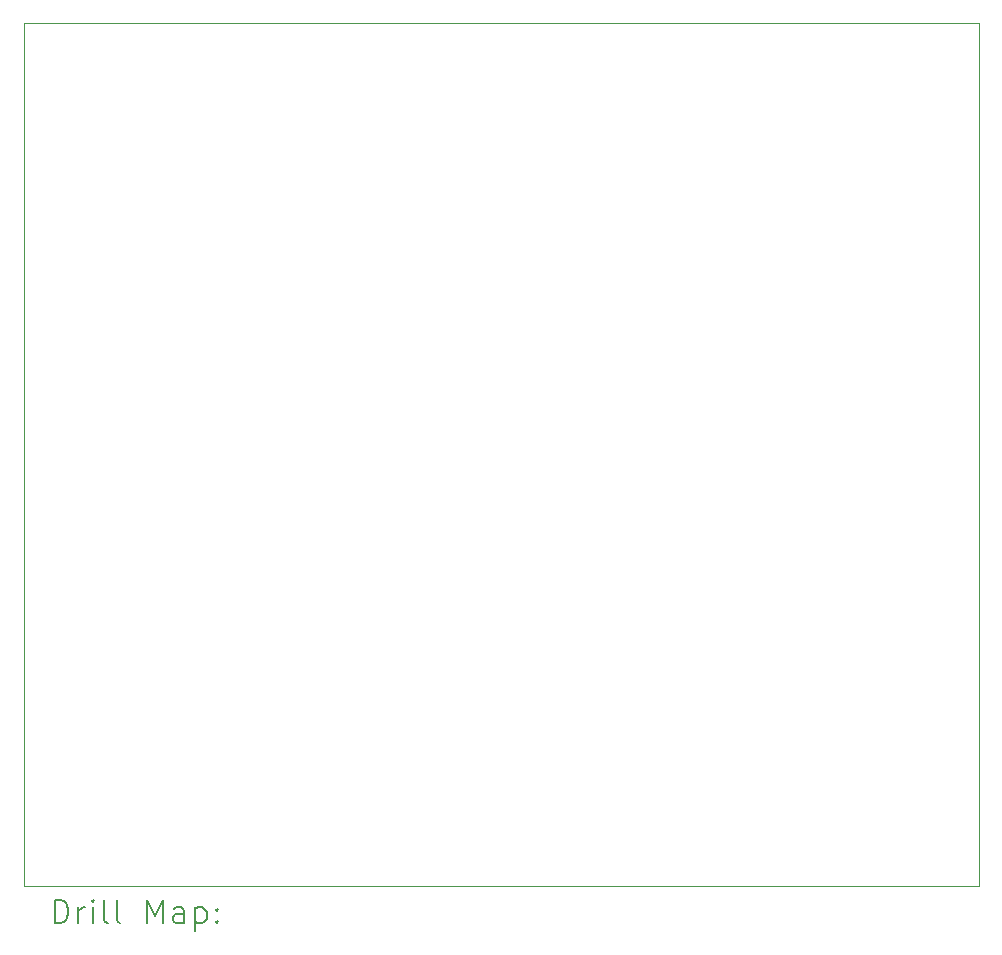
<source format=gbr>
%TF.GenerationSoftware,KiCad,Pcbnew,9.0.1*%
%TF.CreationDate,2025-08-27T22:35:59+05:00*%
%TF.ProjectId,30A_home_automation_using_esp32,3330415f-686f-46d6-955f-6175746f6d61,rev?*%
%TF.SameCoordinates,Original*%
%TF.FileFunction,Drillmap*%
%TF.FilePolarity,Positive*%
%FSLAX45Y45*%
G04 Gerber Fmt 4.5, Leading zero omitted, Abs format (unit mm)*
G04 Created by KiCad (PCBNEW 9.0.1) date 2025-08-27 22:35:59*
%MOMM*%
%LPD*%
G01*
G04 APERTURE LIST*
%ADD10C,0.050000*%
%ADD11C,0.200000*%
G04 APERTURE END LIST*
D10*
X7810000Y-4720000D02*
X15890000Y-4720000D01*
X15890000Y-12030000D01*
X7810000Y-12030000D01*
X7810000Y-4720000D01*
D11*
X8068277Y-12343984D02*
X8068277Y-12143984D01*
X8068277Y-12143984D02*
X8115896Y-12143984D01*
X8115896Y-12143984D02*
X8144467Y-12153508D01*
X8144467Y-12153508D02*
X8163515Y-12172555D01*
X8163515Y-12172555D02*
X8173039Y-12191603D01*
X8173039Y-12191603D02*
X8182562Y-12229698D01*
X8182562Y-12229698D02*
X8182562Y-12258269D01*
X8182562Y-12258269D02*
X8173039Y-12296365D01*
X8173039Y-12296365D02*
X8163515Y-12315412D01*
X8163515Y-12315412D02*
X8144467Y-12334460D01*
X8144467Y-12334460D02*
X8115896Y-12343984D01*
X8115896Y-12343984D02*
X8068277Y-12343984D01*
X8268277Y-12343984D02*
X8268277Y-12210650D01*
X8268277Y-12248746D02*
X8277801Y-12229698D01*
X8277801Y-12229698D02*
X8287324Y-12220174D01*
X8287324Y-12220174D02*
X8306372Y-12210650D01*
X8306372Y-12210650D02*
X8325420Y-12210650D01*
X8392086Y-12343984D02*
X8392086Y-12210650D01*
X8392086Y-12143984D02*
X8382562Y-12153508D01*
X8382562Y-12153508D02*
X8392086Y-12163031D01*
X8392086Y-12163031D02*
X8401610Y-12153508D01*
X8401610Y-12153508D02*
X8392086Y-12143984D01*
X8392086Y-12143984D02*
X8392086Y-12163031D01*
X8515896Y-12343984D02*
X8496848Y-12334460D01*
X8496848Y-12334460D02*
X8487324Y-12315412D01*
X8487324Y-12315412D02*
X8487324Y-12143984D01*
X8620658Y-12343984D02*
X8601610Y-12334460D01*
X8601610Y-12334460D02*
X8592086Y-12315412D01*
X8592086Y-12315412D02*
X8592086Y-12143984D01*
X8849229Y-12343984D02*
X8849229Y-12143984D01*
X8849229Y-12143984D02*
X8915896Y-12286841D01*
X8915896Y-12286841D02*
X8982563Y-12143984D01*
X8982563Y-12143984D02*
X8982563Y-12343984D01*
X9163515Y-12343984D02*
X9163515Y-12239222D01*
X9163515Y-12239222D02*
X9153991Y-12220174D01*
X9153991Y-12220174D02*
X9134944Y-12210650D01*
X9134944Y-12210650D02*
X9096848Y-12210650D01*
X9096848Y-12210650D02*
X9077801Y-12220174D01*
X9163515Y-12334460D02*
X9144467Y-12343984D01*
X9144467Y-12343984D02*
X9096848Y-12343984D01*
X9096848Y-12343984D02*
X9077801Y-12334460D01*
X9077801Y-12334460D02*
X9068277Y-12315412D01*
X9068277Y-12315412D02*
X9068277Y-12296365D01*
X9068277Y-12296365D02*
X9077801Y-12277317D01*
X9077801Y-12277317D02*
X9096848Y-12267793D01*
X9096848Y-12267793D02*
X9144467Y-12267793D01*
X9144467Y-12267793D02*
X9163515Y-12258269D01*
X9258753Y-12210650D02*
X9258753Y-12410650D01*
X9258753Y-12220174D02*
X9277801Y-12210650D01*
X9277801Y-12210650D02*
X9315896Y-12210650D01*
X9315896Y-12210650D02*
X9334944Y-12220174D01*
X9334944Y-12220174D02*
X9344467Y-12229698D01*
X9344467Y-12229698D02*
X9353991Y-12248746D01*
X9353991Y-12248746D02*
X9353991Y-12305888D01*
X9353991Y-12305888D02*
X9344467Y-12324936D01*
X9344467Y-12324936D02*
X9334944Y-12334460D01*
X9334944Y-12334460D02*
X9315896Y-12343984D01*
X9315896Y-12343984D02*
X9277801Y-12343984D01*
X9277801Y-12343984D02*
X9258753Y-12334460D01*
X9439705Y-12324936D02*
X9449229Y-12334460D01*
X9449229Y-12334460D02*
X9439705Y-12343984D01*
X9439705Y-12343984D02*
X9430182Y-12334460D01*
X9430182Y-12334460D02*
X9439705Y-12324936D01*
X9439705Y-12324936D02*
X9439705Y-12343984D01*
X9439705Y-12220174D02*
X9449229Y-12229698D01*
X9449229Y-12229698D02*
X9439705Y-12239222D01*
X9439705Y-12239222D02*
X9430182Y-12229698D01*
X9430182Y-12229698D02*
X9439705Y-12220174D01*
X9439705Y-12220174D02*
X9439705Y-12239222D01*
M02*

</source>
